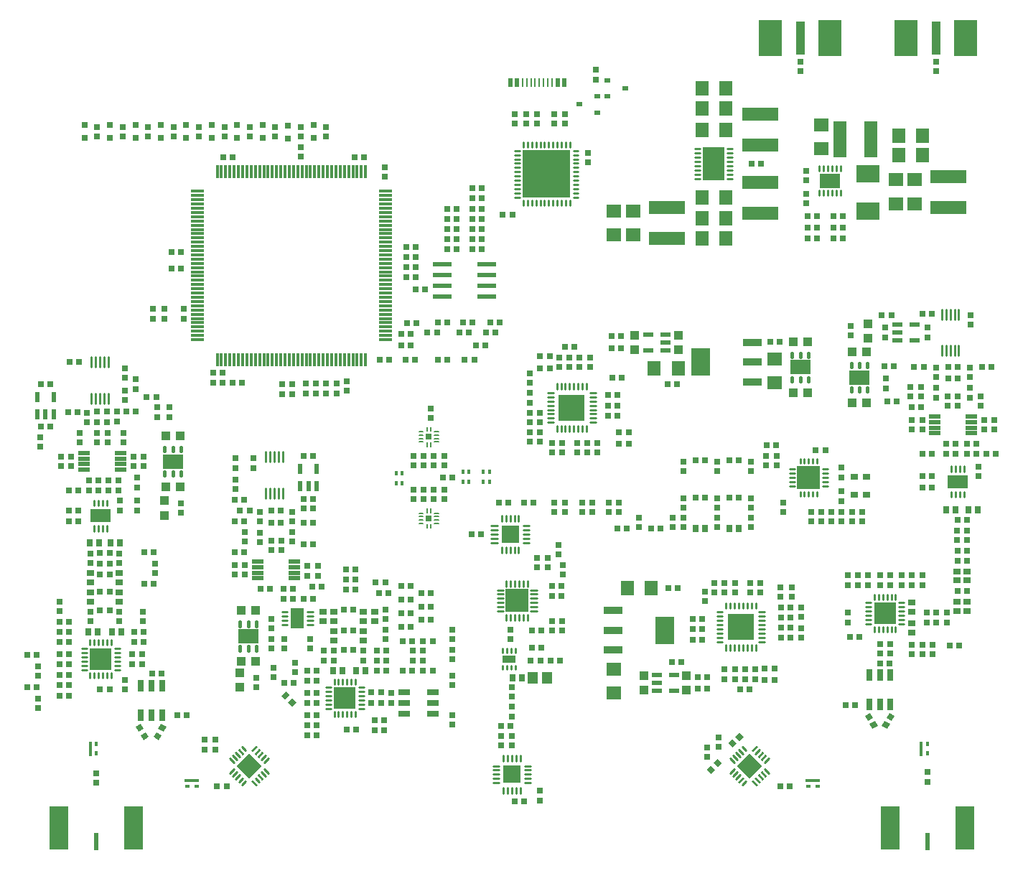
<source format=gbr>
G04 EAGLE Gerber RS-274X export*
G75*
%MOMM*%
%FSLAX34Y34*%
%LPD*%
%INSolderpaste Top*%
%IPPOS*%
%AMOC8*
5,1,8,0,0,1.08239X$1,22.5*%
G01*
%ADD10R,0.720000X0.670000*%
%ADD11R,0.670000X0.720000*%
%ADD12R,1.000000X1.100000*%
%ADD13R,1.800000X1.600000*%
%ADD14R,1.600000X1.800000*%
%ADD15C,0.270000*%
%ADD16R,1.650000X2.380000*%
%ADD17R,1.470900X0.481500*%
%ADD18C,0.280000*%
%ADD19R,2.700000X2.700000*%
%ADD20R,3.100000X3.100000*%
%ADD21R,1.180100X0.609200*%
%ADD22C,0.200000*%
%ADD23R,0.760000X0.760000*%
%ADD24R,2.265100X0.929100*%
%ADD25R,2.265100X3.229100*%
%ADD26R,2.380000X1.650000*%
%ADD27C,0.279200*%
%ADD28R,1.600000X0.900000*%
%ADD29R,0.700000X0.900000*%
%ADD30R,0.900000X0.700000*%
%ADD31R,0.423900X0.570900*%
%ADD32C,0.396800*%
%ADD33R,2.400000X1.700000*%
%ADD34R,1.100000X1.000000*%
%ADD35R,4.200000X1.500000*%
%ADD36R,0.300000X1.600000*%
%ADD37R,1.600000X0.300000*%
%ADD38R,2.200000X0.600000*%
%ADD39R,0.609200X1.180100*%
%ADD40R,0.800000X0.800000*%
%ADD41C,0.281800*%
%ADD42R,2.060000X2.060000*%
%ADD43R,2.060000X2.060000*%
%ADD44C,0.264000*%
%ADD45R,2.500000X2.500000*%
%ADD46R,0.800000X1.400000*%
%ADD47R,1.400000X0.800000*%
%ADD48R,1.000000X4.000000*%
%ADD49R,2.667000X4.191000*%
%ADD50R,0.520000X1.000000*%
%ADD51R,0.270000X1.000000*%
%ADD52R,5.600000X5.600000*%
%ADD53R,2.600000X4.000000*%
%ADD54C,0.250000*%
%ADD55R,1.500000X4.200000*%
%ADD56R,2.743200X2.159000*%
%ADD57R,0.900000X0.750000*%
%ADD58R,0.788400X0.541500*%
%ADD59R,1.195500X1.465300*%
%ADD60R,0.600000X2.100000*%
%ADD61R,2.286000X5.080000*%
%ADD62R,0.300000X0.600000*%
%ADD63R,0.350000X1.700000*%
%ADD64R,0.600000X0.300000*%
%ADD65R,1.700000X0.350000*%


D10*
X120000Y60400D03*
X120000Y71600D03*
X113000Y250400D03*
X113000Y261600D03*
X812000Y395600D03*
X812000Y384400D03*
X852000Y395600D03*
X852000Y384400D03*
X892000Y395600D03*
X892000Y384400D03*
X812000Y438600D03*
X812000Y427400D03*
X910000Y445600D03*
X910000Y434400D03*
X963000Y368400D03*
X963000Y379600D03*
X1110000Y910600D03*
X1110000Y899400D03*
X999000Y392400D03*
X999000Y403600D03*
X999000Y420400D03*
X999000Y431600D03*
X147000Y250400D03*
X147000Y261600D03*
D11*
X910400Y458000D03*
X921600Y458000D03*
D10*
X852000Y438600D03*
X852000Y427400D03*
X892000Y438600D03*
X892000Y427400D03*
X711000Y460600D03*
X711000Y449400D03*
X669000Y460600D03*
X669000Y449400D03*
X699000Y460600D03*
X699000Y449400D03*
X666000Y550400D03*
X666000Y561600D03*
D11*
X654600Y563000D03*
X643400Y563000D03*
X672400Y574000D03*
X683600Y574000D03*
X87600Y238000D03*
X76400Y238000D03*
X723400Y493000D03*
X734600Y493000D03*
X562400Y353000D03*
X573600Y353000D03*
D10*
X849000Y284400D03*
X849000Y295600D03*
D12*
X806000Y570500D03*
X806000Y587500D03*
X755000Y570500D03*
X755000Y587500D03*
D13*
X920000Y560000D03*
X920000Y532000D03*
D14*
X806000Y549000D03*
X778000Y549000D03*
D11*
X723400Y517000D03*
X734600Y517000D03*
X727400Y587000D03*
X738600Y587000D03*
D10*
X657000Y460600D03*
X657000Y449400D03*
D11*
X164400Y238000D03*
X175600Y238000D03*
X734600Y505000D03*
X723400Y505000D03*
D10*
X631000Y485400D03*
X631000Y496600D03*
X514000Y501600D03*
X514000Y490400D03*
X891000Y284400D03*
X891000Y295600D03*
X861000Y284400D03*
X861000Y295600D03*
X897000Y193600D03*
X897000Y182400D03*
D11*
X908400Y181000D03*
X919600Y181000D03*
X890600Y170000D03*
X879400Y170000D03*
X834600Y253000D03*
X823400Y253000D03*
D12*
X766000Y186500D03*
X766000Y169500D03*
D11*
X135600Y263000D03*
X124400Y263000D03*
D12*
X816000Y186500D03*
X816000Y169500D03*
D13*
X730000Y194000D03*
X730000Y166000D03*
D14*
X774000Y290000D03*
X746000Y290000D03*
D11*
X834600Y229000D03*
X823400Y229000D03*
X840600Y171000D03*
X829400Y171000D03*
D10*
X903000Y284400D03*
X903000Y295600D03*
D11*
X823400Y241000D03*
X834600Y241000D03*
D10*
X927000Y290600D03*
X927000Y279400D03*
X640000Y314400D03*
X640000Y325600D03*
D11*
X605600Y390000D03*
X594400Y390000D03*
X87400Y381000D03*
X98600Y381000D03*
D10*
X608000Y240600D03*
X608000Y229400D03*
D11*
X643600Y204000D03*
X632400Y204000D03*
X633400Y219000D03*
X644600Y219000D03*
D10*
X610000Y172600D03*
X610000Y161400D03*
D11*
G36*
X848046Y83550D02*
X852784Y88288D01*
X857874Y83198D01*
X853136Y78460D01*
X848046Y83550D01*
G37*
G36*
X840126Y75630D02*
X844864Y80368D01*
X849954Y75278D01*
X845216Y70540D01*
X840126Y75630D01*
G37*
X624600Y38000D03*
X613400Y38000D03*
D10*
X260000Y99400D03*
X260000Y110600D03*
D11*
X120900Y498000D03*
X132100Y498000D03*
X86400Y497000D03*
X97600Y497000D03*
X87400Y368000D03*
X98600Y368000D03*
X155400Y498000D03*
X166600Y498000D03*
X273600Y56000D03*
X262400Y56000D03*
X122600Y417000D03*
X111400Y417000D03*
X134400Y417000D03*
X145600Y417000D03*
D10*
X148000Y381400D03*
X148000Y392600D03*
D11*
X87400Y405000D03*
X98600Y405000D03*
D10*
X78000Y433400D03*
X78000Y444600D03*
X176000Y444600D03*
X176000Y433400D03*
X121000Y461400D03*
X121000Y472600D03*
D11*
X120900Y485000D03*
X132100Y485000D03*
X88400Y556000D03*
X99600Y556000D03*
X173600Y200000D03*
X162400Y200000D03*
D10*
X133000Y472600D03*
X133000Y461400D03*
D11*
X135600Y285000D03*
X124400Y285000D03*
X135600Y306000D03*
X124400Y306000D03*
X926400Y56000D03*
X937600Y56000D03*
D10*
X1044000Y212400D03*
X1044000Y223600D03*
X1056000Y212400D03*
X1056000Y223600D03*
D11*
X1055600Y201000D03*
X1044400Y201000D03*
D10*
X1044000Y293400D03*
X1044000Y304600D03*
X1056000Y304600D03*
X1056000Y293400D03*
D11*
X173600Y212000D03*
X162400Y212000D03*
D10*
X1082000Y222600D03*
X1082000Y211400D03*
X1106000Y222600D03*
X1106000Y211400D03*
D11*
X1099400Y249000D03*
X1110600Y249000D03*
D10*
X1094000Y222600D03*
X1094000Y211400D03*
X1082000Y293400D03*
X1082000Y304600D03*
D11*
X1094400Y408000D03*
X1105600Y408000D03*
X1133600Y460000D03*
X1122400Y460000D03*
X1146400Y460000D03*
X1157600Y460000D03*
X1094400Y448000D03*
X1105600Y448000D03*
D10*
X1160000Y421400D03*
X1160000Y432600D03*
D11*
X196600Y189000D03*
X185400Y189000D03*
D10*
X1094000Y476400D03*
X1094000Y487600D03*
X1179000Y487600D03*
X1179000Y476400D03*
X1124000Y504400D03*
X1124000Y515600D03*
D11*
X1124400Y537000D03*
X1135600Y537000D03*
D10*
X1136000Y515600D03*
X1136000Y504400D03*
D11*
X1099400Y261000D03*
X1110600Y261000D03*
D10*
X1123000Y249400D03*
X1123000Y260600D03*
D11*
X1146600Y286000D03*
X1135400Y286000D03*
X1146600Y322000D03*
X1135400Y322000D03*
X1094400Y422000D03*
X1105600Y422000D03*
X87600Y200000D03*
X76400Y200000D03*
X1124400Y550000D03*
X1135600Y550000D03*
X1084400Y550000D03*
X1095600Y550000D03*
X1164400Y550000D03*
X1175600Y550000D03*
X1094400Y613000D03*
X1105600Y613000D03*
D10*
X950000Y899400D03*
X950000Y910600D03*
X540000Y128400D03*
X540000Y139600D03*
D11*
X455600Y154000D03*
X444400Y154000D03*
X455600Y167000D03*
X444400Y167000D03*
D10*
X468000Y165600D03*
X468000Y154400D03*
D11*
X76400Y212000D03*
X87600Y212000D03*
X379600Y154000D03*
X368400Y154000D03*
X368400Y166000D03*
X379600Y166000D03*
X379600Y140000D03*
X368400Y140000D03*
X450400Y216000D03*
X461600Y216000D03*
D10*
X435000Y204400D03*
X435000Y215600D03*
D11*
X379600Y192000D03*
X368400Y192000D03*
X450400Y204000D03*
X461600Y204000D03*
D10*
X372000Y218400D03*
X372000Y229600D03*
D11*
X324600Y289000D03*
X313400Y289000D03*
X340400Y289000D03*
X351600Y289000D03*
X164400Y226000D03*
X175600Y226000D03*
X375600Y277000D03*
X364400Y277000D03*
D10*
X326000Y218400D03*
X326000Y229600D03*
X283000Y305400D03*
X283000Y316600D03*
X381000Y315600D03*
X381000Y304400D03*
X326000Y334400D03*
X326000Y345600D03*
D11*
X326400Y367000D03*
X337600Y367000D03*
D10*
X338000Y345600D03*
X338000Y334400D03*
X400000Y204400D03*
X400000Y215600D03*
D11*
X423100Y216500D03*
X411900Y216500D03*
X423100Y239500D03*
X411900Y239500D03*
X87600Y250000D03*
X76400Y250000D03*
X423200Y264200D03*
X412000Y264200D03*
D10*
X342000Y218400D03*
X342000Y229600D03*
D11*
X326400Y381000D03*
X337600Y381000D03*
X289400Y381000D03*
X300600Y381000D03*
X364400Y367000D03*
X375600Y367000D03*
D10*
X305000Y431400D03*
X305000Y442600D03*
X1023000Y379600D03*
X1023000Y368400D03*
X999000Y368400D03*
X999000Y379600D03*
X975000Y379600D03*
X975000Y368400D03*
D15*
X375209Y246500D02*
X368737Y246500D01*
X368737Y251500D02*
X375209Y251500D01*
X375209Y256500D02*
X368737Y256500D01*
X368737Y261500D02*
X375209Y261500D01*
X345263Y261500D02*
X338791Y261500D01*
X338791Y256500D02*
X345263Y256500D01*
X345263Y251500D02*
X338791Y251500D01*
X338791Y246500D02*
X345263Y246500D01*
D16*
X357000Y254000D03*
D17*
X353496Y301250D03*
X353496Y307750D03*
X353496Y314250D03*
X353496Y320750D03*
X310504Y320750D03*
X310504Y314250D03*
X310504Y307750D03*
X310504Y301250D03*
D18*
X320000Y395550D02*
X320000Y407458D01*
X325000Y407458D02*
X325000Y395550D01*
X330000Y395550D02*
X330000Y407458D01*
X335000Y407458D02*
X335000Y395550D01*
X340000Y395550D02*
X340000Y407458D01*
X340000Y438542D02*
X340000Y450450D01*
X335000Y450450D02*
X335000Y438542D01*
X330000Y438542D02*
X330000Y450450D01*
X325000Y450450D02*
X325000Y438542D01*
X320000Y438542D02*
X320000Y450450D01*
D15*
X976616Y410000D02*
X982296Y410000D01*
X982296Y415000D02*
X976616Y415000D01*
X976616Y420000D02*
X982296Y420000D01*
X982296Y425000D02*
X976616Y425000D01*
X976616Y430000D02*
X982296Y430000D01*
X970000Y436616D02*
X970000Y442296D01*
X965000Y442296D02*
X965000Y436616D01*
X960000Y436616D02*
X960000Y442296D01*
X955000Y442296D02*
X955000Y436616D01*
X950000Y436616D02*
X950000Y442296D01*
X943384Y430000D02*
X937704Y430000D01*
X937704Y425000D02*
X943384Y425000D01*
X943384Y420000D02*
X937704Y420000D01*
X937704Y415000D02*
X943384Y415000D01*
X943384Y410000D02*
X937704Y410000D01*
X950000Y403384D02*
X950000Y397704D01*
X955000Y397704D02*
X955000Y403384D01*
X960000Y403384D02*
X960000Y397704D01*
X965000Y397704D02*
X965000Y403384D01*
X970000Y403384D02*
X970000Y397704D01*
D19*
X960000Y420000D03*
D15*
X698000Y524037D02*
X698000Y530709D01*
X693000Y530709D02*
X693000Y524037D01*
X688000Y524037D02*
X688000Y530709D01*
X683000Y530709D02*
X683000Y524037D01*
X678000Y524037D02*
X678000Y530709D01*
X673000Y530709D02*
X673000Y524037D01*
X668000Y524037D02*
X668000Y530709D01*
X663000Y530709D02*
X663000Y524037D01*
X658963Y520000D02*
X652291Y520000D01*
X652291Y515000D02*
X658963Y515000D01*
X658963Y510000D02*
X652291Y510000D01*
X652291Y505000D02*
X658963Y505000D01*
X658963Y500000D02*
X652291Y500000D01*
X652291Y495000D02*
X658963Y495000D01*
X658963Y490000D02*
X652291Y490000D01*
X652291Y485000D02*
X658963Y485000D01*
X663000Y480963D02*
X663000Y474291D01*
X668000Y474291D02*
X668000Y480963D01*
X673000Y480963D02*
X673000Y474291D01*
X678000Y474291D02*
X678000Y480963D01*
X683000Y480963D02*
X683000Y474291D01*
X688000Y474291D02*
X688000Y480963D01*
X693000Y480963D02*
X693000Y474291D01*
X698000Y474291D02*
X698000Y480963D01*
X702037Y485000D02*
X708709Y485000D01*
X708709Y490000D02*
X702037Y490000D01*
X702037Y495000D02*
X708709Y495000D01*
X708709Y500000D02*
X702037Y500000D01*
X702037Y505000D02*
X708709Y505000D01*
X708709Y510000D02*
X702037Y510000D01*
X702037Y515000D02*
X708709Y515000D01*
X708709Y520000D02*
X702037Y520000D01*
D20*
X680500Y502500D03*
D21*
X791245Y569500D03*
X791245Y579000D03*
X791245Y588500D03*
X770755Y588500D03*
X770755Y569500D03*
D22*
X510000Y461234D02*
X510000Y456354D01*
X514000Y456354D02*
X514000Y461234D01*
X518766Y462000D02*
X523646Y462000D01*
X523646Y466000D02*
X518766Y466000D01*
X518766Y470000D02*
X523646Y470000D01*
X523646Y474000D02*
X518766Y474000D01*
X514000Y474766D02*
X514000Y479646D01*
X510000Y479646D02*
X510000Y474766D01*
X505234Y474000D02*
X500354Y474000D01*
X500354Y470000D02*
X505234Y470000D01*
X505234Y466000D02*
X500354Y466000D01*
X500354Y462000D02*
X505234Y462000D01*
D23*
X512000Y468000D03*
D24*
X893726Y533000D03*
X893726Y556000D03*
X893726Y579000D03*
D25*
X832274Y556000D03*
D22*
X514000Y383646D02*
X514000Y378766D01*
X510000Y378766D02*
X510000Y383646D01*
X505234Y378000D02*
X500354Y378000D01*
X500354Y374000D02*
X505234Y374000D01*
X505234Y370000D02*
X500354Y370000D01*
X500354Y366000D02*
X505234Y366000D01*
X510000Y365234D02*
X510000Y360354D01*
X514000Y360354D02*
X514000Y365234D01*
X518766Y366000D02*
X523646Y366000D01*
X523646Y370000D02*
X518766Y370000D01*
X518766Y374000D02*
X523646Y374000D01*
X523646Y378000D02*
X518766Y378000D01*
D23*
X512000Y372000D03*
D15*
X862500Y222463D02*
X862500Y215791D01*
X867500Y215791D02*
X867500Y222463D01*
X872500Y222463D02*
X872500Y215791D01*
X877500Y215791D02*
X877500Y222463D01*
X882500Y222463D02*
X882500Y215791D01*
X887500Y215791D02*
X887500Y222463D01*
X892500Y222463D02*
X892500Y215791D01*
X897500Y215791D02*
X897500Y222463D01*
X901537Y226500D02*
X908209Y226500D01*
X908209Y231500D02*
X901537Y231500D01*
X901537Y236500D02*
X908209Y236500D01*
X908209Y241500D02*
X901537Y241500D01*
X901537Y246500D02*
X908209Y246500D01*
X908209Y251500D02*
X901537Y251500D01*
X901537Y256500D02*
X908209Y256500D01*
X908209Y261500D02*
X901537Y261500D01*
X897500Y265537D02*
X897500Y272209D01*
X892500Y272209D02*
X892500Y265537D01*
X887500Y265537D02*
X887500Y272209D01*
X882500Y272209D02*
X882500Y265537D01*
X877500Y265537D02*
X877500Y272209D01*
X872500Y272209D02*
X872500Y265537D01*
X867500Y265537D02*
X867500Y272209D01*
X862500Y272209D02*
X862500Y265537D01*
X858463Y261500D02*
X851791Y261500D01*
X851791Y256500D02*
X858463Y256500D01*
X858463Y251500D02*
X851791Y251500D01*
X851791Y246500D02*
X858463Y246500D01*
X858463Y241500D02*
X851791Y241500D01*
X851791Y236500D02*
X858463Y236500D01*
X858463Y231500D02*
X851791Y231500D01*
X851791Y226500D02*
X858463Y226500D01*
D20*
X880000Y244000D03*
D15*
X117500Y356791D02*
X117500Y363263D01*
X122500Y363263D02*
X122500Y356791D01*
X127500Y356791D02*
X127500Y363263D01*
X132500Y363263D02*
X132500Y356791D01*
X132500Y386737D02*
X132500Y393209D01*
X127500Y393209D02*
X127500Y386737D01*
X122500Y386737D02*
X122500Y393209D01*
X117500Y393209D02*
X117500Y386737D01*
D26*
X125000Y375000D03*
D21*
X780755Y187500D03*
X780755Y178000D03*
X780755Y168500D03*
X801245Y168500D03*
X801245Y187500D03*
D24*
X729274Y263000D03*
X729274Y240000D03*
X729274Y217000D03*
D25*
X790726Y240000D03*
D27*
X614000Y218250D02*
X614000Y213442D01*
X609000Y213442D02*
X609000Y218250D01*
X604000Y218250D02*
X604000Y213442D01*
X599000Y213442D02*
X599000Y218250D01*
X599000Y198558D02*
X599000Y193750D01*
X604000Y193750D02*
X604000Y198558D01*
X609000Y198558D02*
X609000Y193750D01*
X614000Y193750D02*
X614000Y198558D01*
D28*
X606500Y206000D03*
D17*
X148496Y429250D03*
X148496Y435750D03*
X148496Y442250D03*
X148496Y448750D03*
X105504Y448750D03*
X105504Y442250D03*
X105504Y435750D03*
X105504Y429250D03*
D18*
X114000Y507550D02*
X114000Y519458D01*
X119000Y519458D02*
X119000Y507550D01*
X124000Y507550D02*
X124000Y519458D01*
X129000Y519458D02*
X129000Y507550D01*
X134000Y507550D02*
X134000Y519458D01*
X134000Y550542D02*
X134000Y562450D01*
X129000Y562450D02*
X129000Y550542D01*
X124000Y550542D02*
X124000Y562450D01*
X119000Y562450D02*
X119000Y550542D01*
X114000Y550542D02*
X114000Y562450D01*
D15*
X1128500Y403263D02*
X1128500Y396791D01*
X1133500Y396791D02*
X1133500Y403263D01*
X1138500Y403263D02*
X1138500Y396791D01*
X1143500Y396791D02*
X1143500Y403263D01*
X1143500Y426737D02*
X1143500Y433209D01*
X1138500Y433209D02*
X1138500Y426737D01*
X1133500Y426737D02*
X1133500Y433209D01*
X1128500Y433209D02*
X1128500Y426737D01*
D26*
X1136000Y415000D03*
D17*
X1151496Y472250D03*
X1151496Y478750D03*
X1151496Y485250D03*
X1151496Y491750D03*
X1108504Y491750D03*
X1108504Y485250D03*
X1108504Y478750D03*
X1108504Y472250D03*
D18*
X1117000Y563550D02*
X1117000Y575458D01*
X1122000Y575458D02*
X1122000Y563550D01*
X1127000Y563550D02*
X1127000Y575458D01*
X1132000Y575458D02*
X1132000Y563550D01*
X1137000Y563550D02*
X1137000Y575458D01*
X1137000Y606542D02*
X1137000Y618450D01*
X1132000Y618450D02*
X1132000Y606542D01*
X1127000Y606542D02*
X1127000Y618450D01*
X1122000Y618450D02*
X1122000Y606542D01*
X1117000Y606542D02*
X1117000Y618450D01*
D29*
X149484Y238000D03*
X138516Y238000D03*
D30*
X113000Y296516D03*
X113000Y307484D03*
D29*
X136516Y343000D03*
X147484Y343000D03*
D30*
X1082000Y272484D03*
X1082000Y261516D03*
X1147000Y262516D03*
X1147000Y273484D03*
X1135000Y262516D03*
X1135000Y273484D03*
X1147000Y298516D03*
X1147000Y309484D03*
X1135000Y298516D03*
X1135000Y309484D03*
D29*
X1133484Y382000D03*
X1122516Y382000D03*
X1148516Y382000D03*
X1159484Y382000D03*
X110516Y238000D03*
X121484Y238000D03*
X437484Y192000D03*
X426516Y192000D03*
X399516Y192000D03*
X410484Y192000D03*
D30*
X435000Y227516D03*
X435000Y238484D03*
X400000Y227516D03*
X400000Y238484D03*
X435000Y250516D03*
X435000Y261484D03*
X400000Y250516D03*
X400000Y261484D03*
X447900Y261784D03*
X447900Y250816D03*
X387000Y261484D03*
X387000Y250516D03*
D29*
X123484Y343000D03*
X112516Y343000D03*
D10*
X922000Y445600D03*
X922000Y434400D03*
D11*
X804600Y530000D03*
X793400Y530000D03*
X738600Y572000D03*
X727400Y572000D03*
X794400Y290000D03*
X805600Y290000D03*
X829400Y185000D03*
X840600Y185000D03*
X635600Y390000D03*
X624400Y390000D03*
D10*
X652000Y325600D03*
X652000Y314400D03*
D29*
X621484Y184000D03*
X610516Y184000D03*
D11*
X666600Y204000D03*
X655400Y204000D03*
D10*
X248000Y110600D03*
X248000Y99400D03*
D30*
X1082000Y237016D03*
X1082000Y247984D03*
X147000Y273516D03*
X147000Y284484D03*
X113000Y273516D03*
X113000Y284484D03*
X147000Y296516D03*
X147000Y307484D03*
D31*
X473500Y413004D03*
X480500Y413004D03*
X480500Y424996D03*
X473500Y424996D03*
X576500Y415004D03*
X583500Y415004D03*
X583500Y426996D03*
X576500Y426996D03*
X552500Y415004D03*
X559500Y415004D03*
X559500Y426996D03*
X552500Y426996D03*
D11*
X111400Y405000D03*
X122600Y405000D03*
X145600Y405000D03*
X134400Y405000D03*
D10*
X90000Y433400D03*
X90000Y444600D03*
X164000Y444600D03*
X164000Y433400D03*
X152000Y472600D03*
X152000Y461400D03*
X100000Y472600D03*
X100000Y461400D03*
D11*
X1122400Y448000D03*
X1133600Y448000D03*
X1157600Y448000D03*
X1146400Y448000D03*
D10*
X1082000Y476400D03*
X1082000Y487600D03*
X1167000Y487600D03*
X1167000Y476400D03*
X1150000Y525600D03*
X1150000Y514400D03*
X1110000Y525600D03*
X1110000Y514400D03*
D11*
X124400Y318000D03*
X135600Y318000D03*
D10*
X147000Y330600D03*
X147000Y319400D03*
X113000Y330600D03*
X113000Y319400D03*
D11*
X135600Y331000D03*
X124400Y331000D03*
X1135400Y334000D03*
X1146600Y334000D03*
D10*
X1147000Y357600D03*
X1147000Y346400D03*
X1135000Y357600D03*
X1135000Y346400D03*
D11*
X1146600Y370000D03*
X1135400Y370000D03*
D10*
X326000Y242400D03*
X326000Y253600D03*
D11*
X351600Y277000D03*
X340400Y277000D03*
D10*
X295000Y305400D03*
X295000Y316600D03*
X369000Y315600D03*
X369000Y304400D03*
X351000Y355600D03*
X351000Y344400D03*
X313000Y354600D03*
X313000Y343400D03*
D11*
X979600Y452000D03*
X968400Y452000D03*
X654600Y549000D03*
X643400Y549000D03*
D10*
X690000Y561600D03*
X690000Y550400D03*
X678000Y550400D03*
X678000Y561600D03*
X687000Y449400D03*
X687000Y460600D03*
X643000Y496600D03*
X643000Y485400D03*
X631000Y508400D03*
X631000Y519600D03*
D11*
X590600Y591000D03*
X579400Y591000D03*
D10*
X631000Y462400D03*
X631000Y473600D03*
D11*
X908400Y195000D03*
X919600Y195000D03*
D10*
X873000Y182400D03*
X873000Y193600D03*
D11*
G36*
X169758Y120149D02*
X166408Y125951D01*
X172642Y129551D01*
X175992Y123749D01*
X169758Y120149D01*
G37*
G36*
X175358Y110449D02*
X172008Y116251D01*
X178242Y119851D01*
X181592Y114049D01*
X175358Y110449D01*
G37*
D10*
X885000Y193600D03*
X885000Y182400D03*
X873000Y295600D03*
X873000Y284400D03*
D11*
X927400Y243000D03*
X938600Y243000D03*
X927400Y231000D03*
X938600Y231000D03*
D10*
X860600Y182500D03*
X860600Y193700D03*
D11*
X927400Y255000D03*
X938600Y255000D03*
X927400Y267000D03*
X938600Y267000D03*
D10*
X940000Y279400D03*
X940000Y290600D03*
X610000Y149600D03*
X610000Y138400D03*
D11*
G36*
X193008Y123749D02*
X196358Y129551D01*
X202592Y125951D01*
X199242Y120149D01*
X193008Y123749D01*
G37*
G36*
X187408Y114049D02*
X190758Y119851D01*
X196992Y116251D01*
X193642Y110449D01*
X187408Y114049D01*
G37*
D10*
X610000Y115600D03*
X610000Y104400D03*
D11*
X597400Y127000D03*
X608600Y127000D03*
D10*
X597000Y104400D03*
X597000Y115600D03*
D11*
X215400Y140000D03*
X226600Y140000D03*
D10*
X800000Y361400D03*
X800000Y372600D03*
D11*
X785600Y360000D03*
X774400Y360000D03*
D10*
X760000Y372600D03*
X760000Y361400D03*
D11*
X734400Y360000D03*
X745600Y360000D03*
D32*
X200500Y422338D02*
X200500Y426970D01*
X210000Y426970D02*
X210000Y422338D01*
X219500Y422338D02*
X219500Y426970D01*
X219500Y451030D02*
X219500Y455662D01*
X210000Y455662D02*
X210000Y451030D01*
X200500Y451030D02*
X200500Y455662D01*
D33*
X210000Y439000D03*
D34*
X201500Y469000D03*
X218500Y469000D03*
X201500Y409000D03*
X218500Y409000D03*
D32*
X1029500Y550030D02*
X1029500Y554662D01*
X1020000Y554662D02*
X1020000Y550030D01*
X1010500Y550030D02*
X1010500Y554662D01*
X1010500Y525970D02*
X1010500Y521338D01*
X1020000Y521338D02*
X1020000Y525970D01*
X1029500Y525970D02*
X1029500Y521338D01*
D33*
X1020000Y538000D03*
D34*
X1028500Y508000D03*
X1011500Y508000D03*
X1028500Y568000D03*
X1011500Y568000D03*
D32*
X289500Y220970D02*
X289500Y216338D01*
X299000Y216338D02*
X299000Y220970D01*
X308500Y220970D02*
X308500Y216338D01*
X308500Y245030D02*
X308500Y249662D01*
X299000Y249662D02*
X299000Y245030D01*
X289500Y245030D02*
X289500Y249662D01*
D33*
X299000Y233000D03*
D34*
X290500Y263000D03*
X307500Y263000D03*
X290500Y203000D03*
X307500Y203000D03*
D32*
X959500Y562030D02*
X959500Y566662D01*
X950000Y566662D02*
X950000Y562030D01*
X940500Y562030D02*
X940500Y566662D01*
X940500Y537970D02*
X940500Y533338D01*
X950000Y533338D02*
X950000Y537970D01*
X959500Y537970D02*
X959500Y533338D01*
D33*
X950000Y550000D03*
D34*
X958500Y520000D03*
X941500Y520000D03*
X958500Y580000D03*
X941500Y580000D03*
D12*
X200000Y392500D03*
X200000Y375500D03*
D10*
X220000Y389600D03*
X220000Y378400D03*
D12*
X1030000Y584500D03*
X1030000Y601500D03*
D10*
X1010000Y587400D03*
X1010000Y598600D03*
D12*
X289000Y189500D03*
X289000Y172500D03*
D10*
X309000Y183600D03*
X309000Y172400D03*
D11*
X925600Y580000D03*
X914400Y580000D03*
D35*
X1124500Y738500D03*
X1124500Y774500D03*
D14*
X1094000Y800000D03*
X1066000Y800000D03*
X1094000Y823000D03*
X1066000Y823000D03*
D13*
X1085000Y743000D03*
X1085000Y771000D03*
X1063000Y743000D03*
X1063000Y771000D03*
X975000Y808000D03*
X975000Y836000D03*
D10*
X957000Y770400D03*
X957000Y781600D03*
X957000Y743400D03*
X957000Y754600D03*
D11*
X958400Y715000D03*
X969600Y715000D03*
X989400Y715000D03*
X1000600Y715000D03*
X1000600Y728000D03*
X989400Y728000D03*
D14*
X862000Y879000D03*
X834000Y879000D03*
X862000Y855000D03*
X834000Y855000D03*
X862000Y750000D03*
X834000Y750000D03*
D35*
X903000Y768000D03*
X903000Y732000D03*
D14*
X862000Y726000D03*
X834000Y726000D03*
X862000Y702000D03*
X834000Y702000D03*
X862000Y830000D03*
X834000Y830000D03*
D35*
X793000Y702000D03*
X793000Y738000D03*
D13*
X753000Y734000D03*
X753000Y706000D03*
X730000Y734000D03*
X730000Y706000D03*
D36*
X262500Y559000D03*
X267500Y559000D03*
X272500Y559000D03*
X277500Y559000D03*
X282500Y559000D03*
X287500Y559000D03*
X292500Y559000D03*
X297500Y559000D03*
X302500Y559000D03*
X307500Y559000D03*
X312500Y559000D03*
X317500Y559000D03*
X322500Y559000D03*
X327500Y559000D03*
X332500Y559000D03*
X337500Y559000D03*
X342500Y559000D03*
X347500Y559000D03*
X352500Y559000D03*
X357500Y559000D03*
X362500Y559000D03*
X367500Y559000D03*
X372500Y559000D03*
X377500Y559000D03*
X382500Y559000D03*
X387500Y559000D03*
X392500Y559000D03*
X397500Y559000D03*
X402500Y559000D03*
X407500Y559000D03*
X412500Y559000D03*
X417500Y559000D03*
X422500Y559000D03*
X427500Y559000D03*
X432500Y559000D03*
X437500Y559000D03*
D37*
X461000Y582500D03*
X461000Y587500D03*
X461000Y592500D03*
X461000Y597500D03*
X461000Y602500D03*
X461000Y607500D03*
X461000Y612500D03*
X461000Y617500D03*
X461000Y622500D03*
X461000Y627500D03*
X461000Y632500D03*
X461000Y637500D03*
X461000Y642500D03*
X461000Y647500D03*
X461000Y652500D03*
X461000Y657500D03*
X461000Y662500D03*
X461000Y667500D03*
X461000Y672500D03*
X461000Y677500D03*
X461000Y682500D03*
X461000Y687500D03*
X461000Y692500D03*
X461000Y697500D03*
X461000Y702500D03*
X461000Y707500D03*
X461000Y712500D03*
X461000Y717500D03*
X461000Y722500D03*
X461000Y727500D03*
X461000Y732500D03*
X461000Y737500D03*
X461000Y742500D03*
X461000Y747500D03*
X461000Y752500D03*
X461000Y757500D03*
D36*
X437500Y781000D03*
X432500Y781000D03*
X427500Y781000D03*
X422500Y781000D03*
X417500Y781000D03*
X412500Y781000D03*
X407500Y781000D03*
X402500Y781000D03*
X397500Y781000D03*
X392500Y781000D03*
X387500Y781000D03*
X382500Y781000D03*
X377500Y781000D03*
X372500Y781000D03*
X367500Y781000D03*
X362500Y781000D03*
X357500Y781000D03*
X352500Y781000D03*
X347500Y781000D03*
X342500Y781000D03*
X337500Y781000D03*
X332500Y781000D03*
X327500Y781000D03*
X322500Y781000D03*
X317500Y781000D03*
X312500Y781000D03*
X307500Y781000D03*
X302500Y781000D03*
X297500Y781000D03*
X292500Y781000D03*
X287500Y781000D03*
X282500Y781000D03*
X277500Y781000D03*
X272500Y781000D03*
X267500Y781000D03*
X262500Y781000D03*
D37*
X239000Y757500D03*
X239000Y752500D03*
X239000Y747500D03*
X239000Y742500D03*
X239000Y737500D03*
X239000Y732500D03*
X239000Y727500D03*
X239000Y722500D03*
X239000Y717500D03*
X239000Y712500D03*
X239000Y707500D03*
X239000Y702500D03*
X239000Y697500D03*
X239000Y692500D03*
X239000Y687500D03*
X239000Y682500D03*
X239000Y677500D03*
X239000Y672500D03*
X239000Y667500D03*
X239000Y662500D03*
X239000Y657500D03*
X239000Y652500D03*
X239000Y647500D03*
X239000Y642500D03*
X239000Y637500D03*
X239000Y632500D03*
X239000Y627500D03*
X239000Y622500D03*
X239000Y617500D03*
X239000Y612500D03*
X239000Y607500D03*
X239000Y602500D03*
X239000Y597500D03*
X239000Y592500D03*
X239000Y587500D03*
X239000Y582500D03*
D38*
X580000Y632950D03*
X580000Y645650D03*
X580000Y658350D03*
X580000Y671050D03*
X528000Y671050D03*
X528000Y658350D03*
X528000Y645650D03*
X528000Y632950D03*
D11*
X350600Y518000D03*
X339400Y518000D03*
D10*
X415000Y533600D03*
X415000Y522400D03*
D11*
X485400Y668000D03*
X496600Y668000D03*
X280400Y532000D03*
X291600Y532000D03*
D10*
X187000Y618600D03*
X187000Y607400D03*
D11*
X219600Y666000D03*
X208400Y666000D03*
D10*
X403000Y530600D03*
X403000Y519400D03*
D11*
X485400Y656000D03*
X496600Y656000D03*
X350600Y530000D03*
X339400Y530000D03*
D10*
X460000Y774400D03*
X460000Y785600D03*
D11*
X479400Y589000D03*
X490600Y589000D03*
X479400Y576000D03*
X490600Y576000D03*
D10*
X700000Y791400D03*
X700000Y802600D03*
D11*
X610600Y730000D03*
X599400Y730000D03*
D10*
X627000Y837400D03*
X627000Y848600D03*
X640000Y848600D03*
X640000Y837400D03*
X673000Y837400D03*
X673000Y848600D03*
X660000Y837400D03*
X660000Y848600D03*
X930000Y390600D03*
X930000Y379400D03*
X530000Y434400D03*
X530000Y445600D03*
X494000Y434400D03*
X494000Y445600D03*
X518000Y445600D03*
X518000Y434400D03*
X506000Y445600D03*
X506000Y434400D03*
X530000Y405600D03*
X530000Y394400D03*
X494000Y405600D03*
X494000Y394400D03*
X518000Y394400D03*
X518000Y405600D03*
X506000Y394400D03*
X506000Y405600D03*
D39*
X50500Y494755D03*
X60000Y494755D03*
X69500Y494755D03*
X69500Y515245D03*
X50500Y515245D03*
D11*
X54400Y480000D03*
X65600Y480000D03*
X54400Y530000D03*
X65600Y530000D03*
D21*
X1064755Y600500D03*
X1064755Y591000D03*
X1064755Y581500D03*
X1085245Y581500D03*
X1085245Y600500D03*
D10*
X1050000Y596600D03*
X1050000Y585400D03*
X1100000Y596600D03*
X1100000Y585400D03*
D39*
X360500Y409755D03*
X370000Y409755D03*
X379500Y409755D03*
X379500Y430245D03*
X360500Y430245D03*
D11*
X364400Y395000D03*
X375600Y395000D03*
X364400Y445000D03*
X375600Y445000D03*
D40*
X376000Y835500D03*
X376000Y820500D03*
X316000Y835500D03*
X316000Y820500D03*
X286000Y835500D03*
X286000Y820500D03*
X256000Y835500D03*
X256000Y820500D03*
X226000Y835500D03*
X226000Y820500D03*
X196000Y835500D03*
X196000Y820500D03*
X166000Y835500D03*
X166000Y820500D03*
X136000Y835500D03*
X136000Y820500D03*
X106000Y835500D03*
X106000Y820500D03*
D10*
X121000Y833600D03*
X121000Y822400D03*
X151000Y833600D03*
X151000Y822400D03*
X181000Y833600D03*
X181000Y822400D03*
X211000Y833600D03*
X211000Y822400D03*
X241000Y833600D03*
X241000Y822400D03*
X271000Y833600D03*
X271000Y822400D03*
X301000Y833600D03*
X301000Y822400D03*
X331000Y833600D03*
X331000Y822400D03*
X391000Y833600D03*
X391000Y822400D03*
D11*
X496600Y680000D03*
X485400Y680000D03*
X268600Y544000D03*
X257400Y544000D03*
D10*
X643000Y473600D03*
X643000Y462400D03*
X631000Y531400D03*
X631000Y542600D03*
D15*
X628500Y298296D02*
X628500Y291396D01*
X623500Y291396D02*
X623500Y298296D01*
X618500Y298296D02*
X618500Y291396D01*
X613500Y291396D02*
X613500Y298296D01*
X608500Y298296D02*
X608500Y291396D01*
X603500Y291396D02*
X603500Y298296D01*
X599604Y287500D02*
X592704Y287500D01*
X592704Y282500D02*
X599604Y282500D01*
X599604Y277500D02*
X592704Y277500D01*
X592704Y272500D02*
X599604Y272500D01*
X599604Y267500D02*
X592704Y267500D01*
X592704Y262500D02*
X599604Y262500D01*
X603500Y258604D02*
X603500Y251704D01*
X608500Y251704D02*
X608500Y258604D01*
X613500Y258604D02*
X613500Y251704D01*
X618500Y251704D02*
X618500Y258604D01*
X623500Y258604D02*
X623500Y251704D01*
X628500Y251704D02*
X628500Y258604D01*
X632396Y262500D02*
X639296Y262500D01*
X639296Y267500D02*
X632396Y267500D01*
X632396Y272500D02*
X639296Y272500D01*
X639296Y277500D02*
X632396Y277500D01*
X632396Y282500D02*
X639296Y282500D01*
X639296Y287500D02*
X632396Y287500D01*
D19*
X616000Y275000D03*
D41*
X592650Y363000D02*
X585850Y363000D01*
X585850Y358000D02*
X592650Y358000D01*
X592650Y353000D02*
X585850Y353000D01*
X585850Y348000D02*
X592650Y348000D01*
X592650Y343000D02*
X585850Y343000D01*
X598000Y337650D02*
X598000Y330850D01*
X603000Y330850D02*
X603000Y337650D01*
X608000Y337650D02*
X608000Y330850D01*
X613000Y330850D02*
X613000Y337650D01*
X618000Y337650D02*
X618000Y330850D01*
X623350Y343000D02*
X630150Y343000D01*
X630150Y348000D02*
X623350Y348000D01*
X623350Y353000D02*
X630150Y353000D01*
X630150Y358000D02*
X623350Y358000D01*
X623350Y363000D02*
X630150Y363000D01*
X618000Y368350D02*
X618000Y375150D01*
X613000Y375150D02*
X613000Y368350D01*
X608000Y368350D02*
X608000Y375150D01*
X603000Y375150D02*
X603000Y368350D01*
X598000Y368350D02*
X598000Y375150D01*
D42*
X608000Y353000D03*
D41*
X625350Y60000D02*
X632150Y60000D01*
X632150Y65000D02*
X625350Y65000D01*
X625350Y70000D02*
X632150Y70000D01*
X632150Y75000D02*
X625350Y75000D01*
X625350Y80000D02*
X632150Y80000D01*
X620000Y85350D02*
X620000Y92150D01*
X615000Y92150D02*
X615000Y85350D01*
X610000Y85350D02*
X610000Y92150D01*
X605000Y92150D02*
X605000Y85350D01*
X600000Y85350D02*
X600000Y92150D01*
X594650Y80000D02*
X587850Y80000D01*
X587850Y75000D02*
X594650Y75000D01*
X594650Y70000D02*
X587850Y70000D01*
X587850Y65000D02*
X594650Y65000D01*
X594650Y60000D02*
X587850Y60000D01*
X600000Y54650D02*
X600000Y47850D01*
X605000Y47850D02*
X605000Y54650D01*
X610000Y54650D02*
X610000Y47850D01*
X615000Y47850D02*
X615000Y54650D01*
X620000Y54650D02*
X620000Y47850D01*
D42*
X610000Y70000D03*
D41*
X282075Y76217D02*
X277267Y71409D01*
X280802Y67873D02*
X285610Y72681D01*
X289146Y69146D02*
X284338Y64338D01*
X287873Y60802D02*
X292681Y65610D01*
X296217Y62075D02*
X291409Y57267D01*
X303783Y62075D02*
X308591Y57267D01*
X312127Y60802D02*
X307319Y65610D01*
X310854Y69146D02*
X315662Y64338D01*
X319198Y67873D02*
X314390Y72681D01*
X317925Y76217D02*
X322733Y71409D01*
X317925Y83783D02*
X322733Y88591D01*
X319198Y92127D02*
X314390Y87319D01*
X310854Y90854D02*
X315662Y95662D01*
X312127Y99198D02*
X307319Y94390D01*
X303783Y97925D02*
X308591Y102733D01*
X296217Y97925D02*
X291409Y102733D01*
X287873Y99198D02*
X292681Y94390D01*
X289146Y90854D02*
X284338Y95662D01*
X280802Y92127D02*
X285610Y87319D01*
X282075Y83783D02*
X277267Y88591D01*
D43*
G36*
X314566Y80000D02*
X300000Y65434D01*
X285434Y80000D01*
X300000Y94566D01*
X314566Y80000D01*
G37*
D41*
X867267Y71409D02*
X872075Y76217D01*
X875610Y72681D02*
X870802Y67873D01*
X874338Y64338D02*
X879146Y69146D01*
X882681Y65610D02*
X877873Y60802D01*
X881409Y57267D02*
X886217Y62075D01*
X893783Y62075D02*
X898591Y57267D01*
X902127Y60802D02*
X897319Y65610D01*
X900854Y69146D02*
X905662Y64338D01*
X909198Y67873D02*
X904390Y72681D01*
X907925Y76217D02*
X912733Y71409D01*
X907925Y83783D02*
X912733Y88591D01*
X909198Y92127D02*
X904390Y87319D01*
X900854Y90854D02*
X905662Y95662D01*
X902127Y99198D02*
X897319Y94390D01*
X893783Y97925D02*
X898591Y102733D01*
X886217Y97925D02*
X881409Y102733D01*
X877873Y99198D02*
X882681Y94390D01*
X879146Y90854D02*
X874338Y95662D01*
X870802Y92127D02*
X875610Y87319D01*
X872075Y83783D02*
X867267Y88591D01*
D43*
G36*
X904566Y80000D02*
X890000Y65434D01*
X875434Y80000D01*
X890000Y94566D01*
X904566Y80000D01*
G37*
D10*
X951000Y242600D03*
X951000Y231400D03*
X951000Y255400D03*
X951000Y266600D03*
D44*
X108634Y218500D02*
X102674Y218500D01*
X102674Y213500D02*
X108634Y213500D01*
X108634Y208500D02*
X102674Y208500D01*
X102674Y203500D02*
X108634Y203500D01*
X108634Y198500D02*
X102674Y198500D01*
X102674Y193500D02*
X108634Y193500D01*
X112500Y189634D02*
X112500Y183674D01*
X117500Y183674D02*
X117500Y189634D01*
X122500Y189634D02*
X122500Y183674D01*
X127500Y183674D02*
X127500Y189634D01*
X132500Y189634D02*
X132500Y183674D01*
X137500Y183674D02*
X137500Y189634D01*
X141366Y193500D02*
X147326Y193500D01*
X147326Y198500D02*
X141366Y198500D01*
X141366Y203500D02*
X147326Y203500D01*
X147326Y208500D02*
X141366Y208500D01*
X141366Y213500D02*
X147326Y213500D01*
X147326Y218500D02*
X141366Y218500D01*
X137500Y222366D02*
X137500Y228326D01*
X132500Y228326D02*
X132500Y222366D01*
X127500Y222366D02*
X127500Y228326D01*
X122500Y228326D02*
X122500Y222366D01*
X117500Y222366D02*
X117500Y228326D01*
X112500Y228326D02*
X112500Y222366D01*
D45*
X125000Y206000D03*
D10*
X154000Y181600D03*
X154000Y170400D03*
D11*
X87600Y226000D03*
X76400Y226000D03*
X87600Y187000D03*
X76400Y187000D03*
X87600Y175000D03*
X76400Y175000D03*
X124400Y170000D03*
X135600Y170000D03*
X76400Y163000D03*
X87600Y163000D03*
D44*
X1062500Y276366D02*
X1062500Y282326D01*
X1057500Y282326D02*
X1057500Y276366D01*
X1052500Y276366D02*
X1052500Y282326D01*
X1047500Y282326D02*
X1047500Y276366D01*
X1042500Y276366D02*
X1042500Y282326D01*
X1037500Y282326D02*
X1037500Y276366D01*
X1033634Y272500D02*
X1027674Y272500D01*
X1027674Y267500D02*
X1033634Y267500D01*
X1033634Y262500D02*
X1027674Y262500D01*
X1027674Y257500D02*
X1033634Y257500D01*
X1033634Y252500D02*
X1027674Y252500D01*
X1027674Y247500D02*
X1033634Y247500D01*
X1037500Y243634D02*
X1037500Y237674D01*
X1042500Y237674D02*
X1042500Y243634D01*
X1047500Y243634D02*
X1047500Y237674D01*
X1052500Y237674D02*
X1052500Y243634D01*
X1057500Y243634D02*
X1057500Y237674D01*
X1062500Y237674D02*
X1062500Y243634D01*
X1066366Y247500D02*
X1072326Y247500D01*
X1072326Y252500D02*
X1066366Y252500D01*
X1066366Y257500D02*
X1072326Y257500D01*
X1072326Y262500D02*
X1066366Y262500D01*
X1066366Y267500D02*
X1072326Y267500D01*
X1072326Y272500D02*
X1066366Y272500D01*
D45*
X1050000Y260000D03*
D10*
X1070000Y293400D03*
X1070000Y304600D03*
X1030000Y293400D03*
X1030000Y304600D03*
D11*
X1019600Y232000D03*
X1008400Y232000D03*
D10*
X1018000Y293400D03*
X1018000Y304600D03*
X1006000Y260600D03*
X1006000Y249400D03*
X1006000Y304600D03*
X1006000Y293400D03*
D44*
X396634Y172500D02*
X390674Y172500D01*
X390674Y167500D02*
X396634Y167500D01*
X396634Y162500D02*
X390674Y162500D01*
X390674Y157500D02*
X396634Y157500D01*
X396634Y152500D02*
X390674Y152500D01*
X390674Y147500D02*
X396634Y147500D01*
X400500Y143634D02*
X400500Y137674D01*
X405500Y137674D02*
X405500Y143634D01*
X410500Y143634D02*
X410500Y137674D01*
X415500Y137674D02*
X415500Y143634D01*
X420500Y143634D02*
X420500Y137674D01*
X425500Y137674D02*
X425500Y143634D01*
X429366Y147500D02*
X435326Y147500D01*
X435326Y152500D02*
X429366Y152500D01*
X429366Y157500D02*
X435326Y157500D01*
X435326Y162500D02*
X429366Y162500D01*
X429366Y167500D02*
X435326Y167500D01*
X435326Y172500D02*
X429366Y172500D01*
X425500Y176366D02*
X425500Y182326D01*
X420500Y182326D02*
X420500Y176366D01*
X415500Y176366D02*
X415500Y182326D01*
X410500Y182326D02*
X410500Y176366D01*
X405500Y176366D02*
X405500Y182326D01*
X400500Y182326D02*
X400500Y176366D01*
D45*
X413000Y160000D03*
D11*
X448400Y134000D03*
X459600Y134000D03*
X450400Y192000D03*
X461600Y192000D03*
X379600Y180000D03*
X368400Y180000D03*
X379600Y128000D03*
X368400Y128000D03*
X415400Y123000D03*
X426600Y123000D03*
X368400Y116000D03*
X379600Y116000D03*
D10*
X109000Y496600D03*
X109000Y485400D03*
X144000Y497600D03*
X144000Y486400D03*
X1110000Y549600D03*
X1110000Y538400D03*
X1150000Y549600D03*
X1150000Y538400D03*
X313000Y379600D03*
X313000Y368400D03*
X351000Y379600D03*
X351000Y368400D03*
D46*
X172500Y174150D03*
X185000Y174150D03*
X197500Y174150D03*
X197500Y139850D03*
X185000Y139850D03*
X172500Y139850D03*
D47*
X482850Y141500D03*
X482850Y154000D03*
X482850Y166500D03*
X517150Y166500D03*
X517150Y154000D03*
X517150Y141500D03*
D48*
X950000Y937846D03*
D49*
X984946Y937846D03*
X915054Y937846D03*
D48*
X1110000Y937846D03*
D49*
X1144946Y937846D03*
X1075054Y937846D03*
D10*
X1100000Y61400D03*
X1100000Y72600D03*
D11*
G36*
X1052008Y136749D02*
X1055358Y142551D01*
X1061592Y138951D01*
X1058242Y133149D01*
X1052008Y136749D01*
G37*
G36*
X1046408Y127049D02*
X1049758Y132851D01*
X1055992Y129251D01*
X1052642Y123449D01*
X1046408Y127049D01*
G37*
G36*
X1029758Y133149D02*
X1026408Y138951D01*
X1032642Y142551D01*
X1035992Y136749D01*
X1029758Y133149D01*
G37*
G36*
X1035358Y123449D02*
X1032008Y129251D01*
X1038242Y132851D01*
X1041592Y127049D01*
X1035358Y123449D01*
G37*
X1014600Y152000D03*
X1003400Y152000D03*
D46*
X1031500Y187150D03*
X1044000Y187150D03*
X1056500Y187150D03*
X1056500Y152850D03*
X1044000Y152850D03*
X1031500Y152850D03*
D10*
X840000Y101600D03*
X840000Y90400D03*
X643000Y39400D03*
X643000Y50600D03*
D29*
X837484Y360000D03*
X826516Y360000D03*
D10*
X812000Y361400D03*
X812000Y372600D03*
X852000Y361400D03*
X852000Y372600D03*
D29*
X877484Y360000D03*
X866516Y360000D03*
D10*
X892000Y361400D03*
X892000Y372600D03*
D11*
X257400Y532000D03*
X268600Y532000D03*
D10*
X200000Y607400D03*
X200000Y618600D03*
X223000Y618600D03*
X223000Y607400D03*
D11*
X497600Y602000D03*
X486400Y602000D03*
D10*
X1151000Y611600D03*
X1151000Y600400D03*
D11*
X485400Y692000D03*
X496600Y692000D03*
D50*
X672000Y886000D03*
X664000Y886000D03*
D51*
X657500Y886000D03*
X652500Y886000D03*
X647500Y886000D03*
X642500Y886000D03*
X637500Y886000D03*
X632500Y886000D03*
X627500Y886000D03*
X622500Y886000D03*
D50*
X616000Y886000D03*
X608000Y886000D03*
D10*
X361000Y798400D03*
X361000Y809600D03*
D11*
X507600Y642000D03*
X496400Y642000D03*
X424400Y798000D03*
X435600Y798000D03*
X280600Y798000D03*
X269400Y798000D03*
X219600Y686000D03*
X208400Y686000D03*
X544600Y737000D03*
X533400Y737000D03*
X544600Y713000D03*
X533400Y713000D03*
X544600Y725000D03*
X533400Y725000D03*
X544600Y701000D03*
X533400Y701000D03*
X544600Y689000D03*
X533400Y689000D03*
X574600Y689000D03*
X563400Y689000D03*
X574600Y701000D03*
X563400Y701000D03*
X574600Y725000D03*
X563400Y725000D03*
X574600Y713000D03*
X563400Y713000D03*
X574600Y737000D03*
X563400Y737000D03*
X574600Y749000D03*
X563400Y749000D03*
X574600Y761000D03*
X563400Y761000D03*
D15*
X623500Y746604D02*
X623500Y740704D01*
X628500Y740704D02*
X628500Y746604D01*
X633500Y746604D02*
X633500Y740704D01*
X638500Y740704D02*
X638500Y746604D01*
X643500Y746604D02*
X643500Y740704D01*
X648500Y740704D02*
X648500Y746604D01*
X653500Y746604D02*
X653500Y740704D01*
X658500Y740704D02*
X658500Y746604D01*
X663500Y746604D02*
X663500Y740704D01*
X668500Y740704D02*
X668500Y746604D01*
X673500Y746604D02*
X673500Y740704D01*
X678500Y740704D02*
X678500Y746604D01*
X682396Y750500D02*
X688296Y750500D01*
X688296Y755500D02*
X682396Y755500D01*
X682396Y760500D02*
X688296Y760500D01*
X688296Y765500D02*
X682396Y765500D01*
X682396Y770500D02*
X688296Y770500D01*
X688296Y775500D02*
X682396Y775500D01*
X682396Y780500D02*
X688296Y780500D01*
X688296Y785500D02*
X682396Y785500D01*
X682396Y790500D02*
X688296Y790500D01*
X688296Y795500D02*
X682396Y795500D01*
X682396Y800500D02*
X688296Y800500D01*
X688296Y805500D02*
X682396Y805500D01*
X678500Y809396D02*
X678500Y815296D01*
X673500Y815296D02*
X673500Y809396D01*
X668500Y809396D02*
X668500Y815296D01*
X663500Y815296D02*
X663500Y809396D01*
X658500Y809396D02*
X658500Y815296D01*
X653500Y815296D02*
X653500Y809396D01*
X648500Y809396D02*
X648500Y815296D01*
X643500Y815296D02*
X643500Y809396D01*
X638500Y809396D02*
X638500Y815296D01*
X633500Y815296D02*
X633500Y809396D01*
X628500Y809396D02*
X628500Y815296D01*
X623500Y815296D02*
X623500Y809396D01*
X619604Y805500D02*
X613704Y805500D01*
X613704Y800500D02*
X619604Y800500D01*
X619604Y795500D02*
X613704Y795500D01*
X613704Y790500D02*
X619604Y790500D01*
X619604Y785500D02*
X613704Y785500D01*
X613704Y780500D02*
X619604Y780500D01*
X619604Y775500D02*
X613704Y775500D01*
X613704Y770500D02*
X619604Y770500D01*
X619604Y765500D02*
X613704Y765500D01*
X613704Y760500D02*
X619604Y760500D01*
X619604Y755500D02*
X613704Y755500D01*
X613704Y750500D02*
X619604Y750500D01*
D52*
X651000Y778000D03*
D10*
X613000Y837400D03*
X613000Y848600D03*
D40*
X346000Y834500D03*
X346000Y819500D03*
D10*
X361000Y822400D03*
X361000Y833600D03*
D15*
X864396Y772500D02*
X870296Y772500D01*
X870296Y777500D02*
X864396Y777500D01*
X864396Y782500D02*
X870296Y782500D01*
X870296Y787500D02*
X864396Y787500D01*
X864396Y792500D02*
X870296Y792500D01*
X870296Y797500D02*
X864396Y797500D01*
X864396Y802500D02*
X870296Y802500D01*
X870296Y807500D02*
X864396Y807500D01*
X831604Y807500D02*
X825704Y807500D01*
X825704Y802500D02*
X831604Y802500D01*
X831604Y797500D02*
X825704Y797500D01*
X825704Y792500D02*
X831604Y792500D01*
X831604Y787500D02*
X825704Y787500D01*
X825704Y782500D02*
X831604Y782500D01*
X831604Y777500D02*
X825704Y777500D01*
X825704Y772500D02*
X831604Y772500D01*
D53*
X848000Y790000D03*
D35*
X903000Y812000D03*
X903000Y848000D03*
D54*
X972500Y758297D02*
X972500Y752691D01*
X977500Y752691D02*
X977500Y758297D01*
X982500Y758297D02*
X982500Y752691D01*
X987500Y752691D02*
X987500Y758297D01*
X992500Y758297D02*
X992500Y752691D01*
X997500Y752691D02*
X997500Y758297D01*
X997500Y781703D02*
X997500Y787309D01*
X992500Y787309D02*
X992500Y781703D01*
X987500Y781703D02*
X987500Y787309D01*
X982500Y787309D02*
X982500Y781703D01*
X977500Y781703D02*
X977500Y787309D01*
X972500Y787309D02*
X972500Y781703D01*
D33*
X985000Y770000D03*
D55*
X997000Y819000D03*
X1033000Y819000D03*
D56*
X1030016Y778082D03*
X1030270Y733886D03*
D11*
X989400Y702000D03*
X1000600Y702000D03*
X958400Y702000D03*
X969600Y702000D03*
X958400Y728000D03*
X969600Y728000D03*
X903600Y790000D03*
X892400Y790000D03*
D57*
X1028250Y399500D03*
X1028250Y420500D03*
X1013750Y420500D03*
X1013750Y399500D03*
D58*
X710704Y850500D03*
X710704Y869500D03*
X689296Y860000D03*
X722296Y888500D03*
X722296Y869500D03*
X743704Y879000D03*
D10*
X709000Y900600D03*
X709000Y889400D03*
X284000Y406400D03*
X284000Y417600D03*
X284000Y431400D03*
X284000Y442600D03*
D11*
X294600Y394000D03*
X283400Y394000D03*
D10*
X295000Y355600D03*
X295000Y344400D03*
D11*
X294600Y368000D03*
X283400Y368000D03*
X294600Y332000D03*
X283400Y332000D03*
D10*
X166000Y524400D03*
X166000Y535600D03*
X154000Y537400D03*
X154000Y548600D03*
X154000Y522600D03*
X154000Y511400D03*
X192000Y502600D03*
X192000Y491400D03*
D11*
X190600Y515000D03*
X179400Y515000D03*
D10*
X206000Y491400D03*
X206000Y502600D03*
X1093000Y526600D03*
X1093000Y515400D03*
D11*
X1092600Y503000D03*
X1081400Y503000D03*
D10*
X1080000Y526600D03*
X1080000Y515400D03*
X1051000Y525400D03*
X1051000Y536600D03*
D11*
X1052400Y510000D03*
X1063600Y510000D03*
X1049400Y551000D03*
X1060600Y551000D03*
D10*
X854000Y102400D03*
X854000Y113600D03*
D11*
X798400Y202000D03*
X809600Y202000D03*
G36*
X875368Y106450D02*
X870630Y101712D01*
X865540Y106802D01*
X870278Y111540D01*
X875368Y106450D01*
G37*
G36*
X883288Y114370D02*
X878550Y109632D01*
X873460Y114722D01*
X878198Y119460D01*
X883288Y114370D01*
G37*
D10*
X493000Y204400D03*
X493000Y215600D03*
D11*
X492600Y227000D03*
X481400Y227000D03*
X492600Y192000D03*
X481400Y192000D03*
D10*
X505000Y204400D03*
X505000Y215600D03*
D11*
X505400Y227000D03*
X516600Y227000D03*
X505400Y192000D03*
X516600Y192000D03*
D10*
X189000Y307400D03*
X189000Y318600D03*
D11*
X187600Y332000D03*
X176400Y332000D03*
X187600Y295000D03*
X176400Y295000D03*
D10*
X540000Y205400D03*
X540000Y216600D03*
X540000Y229400D03*
X540000Y240600D03*
X540000Y186600D03*
X540000Y175400D03*
X673000Y379400D03*
X673000Y390600D03*
X693000Y390600D03*
X693000Y379400D03*
X660000Y379400D03*
X660000Y390600D03*
X724000Y379400D03*
X724000Y390600D03*
X736000Y390600D03*
X736000Y379400D03*
X705000Y379400D03*
X705000Y390600D03*
D11*
X490600Y292000D03*
X479400Y292000D03*
X460600Y296000D03*
X449400Y296000D03*
D10*
X665000Y329400D03*
X665000Y340600D03*
D11*
X514600Y284000D03*
X503400Y284000D03*
X464600Y284000D03*
X453400Y284000D03*
D10*
X670000Y305400D03*
X670000Y316600D03*
D11*
X490600Y276000D03*
X479400Y276000D03*
X425600Y312000D03*
X414400Y312000D03*
X657400Y292000D03*
X668600Y292000D03*
X514600Y268000D03*
X503400Y268000D03*
X425600Y300000D03*
X414400Y300000D03*
X657400Y280000D03*
X668600Y280000D03*
X479400Y244000D03*
X490600Y244000D03*
X644600Y240000D03*
X633400Y240000D03*
D10*
X461000Y240600D03*
X461000Y229400D03*
D11*
X503400Y252000D03*
X514600Y252000D03*
D10*
X657000Y250600D03*
X657000Y239400D03*
X461000Y253400D03*
X461000Y264600D03*
D11*
X479400Y260000D03*
X490600Y260000D03*
D10*
X669000Y250600D03*
X669000Y239400D03*
D11*
X425600Y288000D03*
X414400Y288000D03*
D10*
X391000Y530600D03*
X391000Y519400D03*
X379000Y530600D03*
X379000Y519400D03*
D11*
X528400Y420000D03*
X539600Y420000D03*
D10*
X367000Y530600D03*
X367000Y519400D03*
D11*
X578600Y576000D03*
X567400Y576000D03*
X584400Y603000D03*
X595600Y603000D03*
D10*
X702000Y550400D03*
X702000Y561600D03*
D11*
X521600Y591000D03*
X510400Y591000D03*
X563600Y603000D03*
X552400Y603000D03*
X533600Y603000D03*
X522400Y603000D03*
X736400Y473000D03*
X747600Y473000D03*
X495600Y559000D03*
X484400Y559000D03*
X465600Y559000D03*
X454400Y559000D03*
X736400Y460000D03*
X747600Y460000D03*
X533600Y559000D03*
X522400Y559000D03*
X559600Y591000D03*
X548400Y591000D03*
X565600Y559000D03*
X554400Y559000D03*
D10*
X51000Y197600D03*
X51000Y186400D03*
D11*
X49600Y211000D03*
X38400Y211000D03*
X49600Y173000D03*
X38400Y173000D03*
D10*
X51000Y148400D03*
X51000Y159600D03*
D11*
X352600Y178000D03*
X341400Y178000D03*
D10*
X354000Y190400D03*
X354000Y201600D03*
X329000Y184400D03*
X329000Y195600D03*
D11*
G36*
X351136Y159954D02*
X355874Y155216D01*
X350784Y150126D01*
X346046Y154864D01*
X351136Y159954D01*
G37*
G36*
X343216Y167874D02*
X347954Y163136D01*
X342864Y158046D01*
X338126Y162784D01*
X343216Y167874D01*
G37*
X877600Y440000D03*
X866400Y440000D03*
X837600Y440000D03*
X826400Y440000D03*
X837600Y396000D03*
X826400Y396000D03*
X877600Y396000D03*
X866400Y396000D03*
D10*
X987000Y379600D03*
X987000Y368400D03*
X1011000Y368400D03*
X1011000Y379600D03*
D59*
X651599Y184000D03*
X634401Y184000D03*
D60*
X120000Y-9000D03*
D61*
X75804Y6654D03*
X164196Y6654D03*
D60*
X1100000Y-9000D03*
D61*
X1055804Y6654D03*
X1144196Y6654D03*
D62*
X120000Y105500D03*
D63*
X113000Y100000D03*
D62*
X120000Y94500D03*
X1100000Y105500D03*
D63*
X1093000Y100000D03*
D62*
X1100000Y94500D03*
D10*
X168000Y392600D03*
X168000Y381400D03*
X54000Y467600D03*
X54000Y456400D03*
X168000Y419600D03*
X168000Y408400D03*
X175000Y250400D03*
X175000Y261600D03*
X77000Y262400D03*
X77000Y273600D03*
D11*
X1126400Y222000D03*
X1137600Y222000D03*
D10*
X1094000Y293400D03*
X1094000Y304600D03*
X1163000Y504400D03*
X1163000Y515600D03*
D11*
X1169400Y448000D03*
X1180600Y448000D03*
X1057600Y611000D03*
X1046400Y611000D03*
X448400Y122000D03*
X459600Y122000D03*
D10*
X388000Y204400D03*
X388000Y215600D03*
D11*
X374400Y291000D03*
X385600Y291000D03*
X364400Y341000D03*
X375600Y341000D03*
X375600Y384000D03*
X364400Y384000D03*
D64*
X238000Y56000D03*
D65*
X232500Y63000D03*
D64*
X227000Y56000D03*
X970500Y56000D03*
D65*
X965000Y63000D03*
D64*
X959500Y56000D03*
D11*
X728400Y538000D03*
X739600Y538000D03*
D10*
X838000Y274400D03*
X838000Y285600D03*
M02*

</source>
